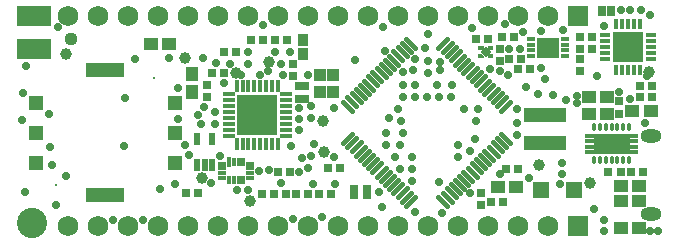
<source format=gbs>
G04 Layer_Color=16711935*
%FSLAX25Y25*%
%MOIN*%
G70*
G01*
G75*
%ADD59C,0.02800*%
%ADD60C,0.04400*%
%ADD79R,0.13386X0.13386*%
%ADD147R,0.03359X0.04147*%
%ADD148R,0.02828X0.03162*%
%ADD149R,0.03162X0.02828*%
%ADD150R,0.04400X0.04500*%
%ADD151R,0.04500X0.04400*%
%ADD153O,0.07099X0.04343*%
%ADD154C,0.00800*%
%ADD155C,0.06800*%
%ADD156R,0.06800X0.06800*%
%ADD157C,0.02768*%
G04:AMPARAMS|DCode=159|XSize=14.11mil|YSize=10.58mil|CornerRadius=0mil|HoleSize=0mil|Usage=FLASHONLY|Rotation=315.000|XOffset=0mil|YOffset=0mil|HoleType=Round|Shape=Rectangle|*
%AMROTATEDRECTD159*
4,1,4,-0.00873,0.00125,-0.00125,0.00873,0.00873,-0.00125,0.00125,-0.00873,-0.00873,0.00125,0.0*
%
%ADD159ROTATEDRECTD159*%

G04:AMPARAMS|DCode=160|XSize=14.11mil|YSize=10.58mil|CornerRadius=0mil|HoleSize=0mil|Usage=FLASHONLY|Rotation=45.000|XOffset=0mil|YOffset=0mil|HoleType=Round|Shape=Rectangle|*
%AMROTATEDRECTD160*
4,1,4,-0.00125,-0.00873,-0.00873,-0.00125,0.00125,0.00873,0.00873,0.00125,-0.00125,-0.00873,0.0*
%
%ADD160ROTATEDRECTD160*%

%ADD161P,0.03461X4X270.0*%
%ADD162R,0.02959X0.01187*%
%ADD163R,0.01187X0.02959*%
%ADD164R,0.01187X0.03353*%
G04:AMPARAMS|DCode=165|XSize=39.5mil|YSize=39.5mil|CornerRadius=19.75mil|HoleSize=0mil|Usage=FLASHONLY|Rotation=90.000|XOffset=0mil|YOffset=0mil|HoleType=Round|Shape=RoundedRectangle|*
%AMROUNDEDRECTD165*
21,1,0.03950,0.00000,0,0,90.0*
21,1,0.00000,0.03950,0,0,90.0*
1,1,0.03950,0.00000,0.00000*
1,1,0.03950,0.00000,0.00000*
1,1,0.03950,0.00000,0.00000*
1,1,0.03950,0.00000,0.00000*
%
%ADD165ROUNDEDRECTD165*%
%ADD166R,0.07290X0.06817*%
%ADD167R,0.03156X0.01581*%
%ADD168R,0.12611X0.04737*%
%ADD169R,0.05131X0.04737*%
%ADD170R,0.01968X0.03937*%
%ADD171R,0.03950X0.01784*%
%ADD172R,0.01784X0.03950*%
%ADD173R,0.03274X0.01581*%
%ADD174R,0.01581X0.03274*%
%ADD175R,0.10243X0.10243*%
%ADD176R,0.03556X0.01194*%
G04:AMPARAMS|DCode=177|XSize=13.51mil|YSize=27.68mil|CornerRadius=6.76mil|HoleSize=0mil|Usage=FLASHONLY|Rotation=180.000|XOffset=0mil|YOffset=0mil|HoleType=Round|Shape=RoundedRectangle|*
%AMROUNDEDRECTD177*
21,1,0.01351,0.01417,0,0,180.0*
21,1,0.00000,0.02768,0,0,180.0*
1,1,0.01351,0.00000,0.00709*
1,1,0.01351,0.00000,0.00709*
1,1,0.01351,0.00000,-0.00709*
1,1,0.01351,0.00000,-0.00709*
%
%ADD177ROUNDEDRECTD177*%
%ADD178R,0.12020X0.07021*%
G04:AMPARAMS|DCode=179|XSize=16.54mil|YSize=60.63mil|CornerRadius=0mil|HoleSize=0mil|Usage=FLASHONLY|Rotation=135.000|XOffset=0mil|YOffset=0mil|HoleType=Round|Shape=Round|*
%AMOVALD179*
21,1,0.04409,0.01654,0.00000,0.00000,225.0*
1,1,0.01654,0.01559,0.01559*
1,1,0.01654,-0.01559,-0.01559*
%
%ADD179OVALD179*%

G04:AMPARAMS|DCode=180|XSize=16.54mil|YSize=60.63mil|CornerRadius=0mil|HoleSize=0mil|Usage=FLASHONLY|Rotation=45.000|XOffset=0mil|YOffset=0mil|HoleType=Round|Shape=Round|*
%AMOVALD180*
21,1,0.04409,0.01654,0.00000,0.00000,135.0*
1,1,0.01654,0.01559,-0.01559*
1,1,0.01654,-0.01559,0.01559*
%
%ADD180OVALD180*%

G04:AMPARAMS|DCode=181|XSize=16.54mil|YSize=60.63mil|CornerRadius=8.27mil|HoleSize=0mil|Usage=FLASHONLY|Rotation=135.000|XOffset=0mil|YOffset=0mil|HoleType=Round|Shape=RoundedRectangle|*
%AMROUNDEDRECTD181*
21,1,0.01654,0.04409,0,0,135.0*
21,1,0.00000,0.06063,0,0,135.0*
1,1,0.01654,0.01559,0.01559*
1,1,0.01654,0.01559,0.01559*
1,1,0.01654,-0.01559,-0.01559*
1,1,0.01654,-0.01559,-0.01559*
%
%ADD181ROUNDEDRECTD181*%
%ADD182R,0.02768X0.03556*%
%ADD183R,0.03950X0.04343*%
%ADD184R,0.04737X0.02768*%
%ADD185R,0.14186X0.04658*%
%ADD186R,0.11800X0.07100*%
%ADD187R,0.05524X0.05524*%
%ADD188R,0.02768X0.04737*%
%ADD189C,0.10100*%
G36*
X159505Y62409D02*
X159543Y62397D01*
X159578Y62379D01*
X159608Y62354D01*
X159633Y62323D01*
X159652Y62289D01*
X159663Y62251D01*
X159667Y62212D01*
Y61188D01*
X159663Y61149D01*
X159652Y61111D01*
X159633Y61076D01*
X159608Y61046D01*
X159578Y61021D01*
X159543Y61002D01*
X159505Y60991D01*
X159466Y60987D01*
X157931D01*
X157891Y60991D01*
X157854Y61002D01*
X157819Y61021D01*
X157789Y61046D01*
X157764Y61076D01*
X157745Y61111D01*
X157734Y61149D01*
X157730Y61188D01*
Y61621D01*
X157734Y61660D01*
X157745Y61698D01*
X157764Y61733D01*
X157789Y61763D01*
X157789Y61763D01*
X158379Y62354D01*
X158410Y62379D01*
X158444Y62397D01*
X158482Y62409D01*
X158521Y62413D01*
X159466D01*
X159505Y62409D01*
D02*
G37*
G36*
X155726D02*
X155763Y62397D01*
X155798Y62379D01*
X155829Y62354D01*
X156419Y61763D01*
X156419Y61763D01*
X156444Y61733D01*
X156463Y61698D01*
X156474Y61660D01*
X156478Y61621D01*
Y61188D01*
X156474Y61149D01*
X156463Y61111D01*
X156444Y61076D01*
X156419Y61046D01*
X156389Y61021D01*
X156354Y61002D01*
X156316Y60991D01*
X156277Y60987D01*
X154742D01*
X154702Y60991D01*
X154665Y61002D01*
X154630Y61021D01*
X154600Y61046D01*
X154575Y61076D01*
X154556Y61111D01*
X154545Y61149D01*
X154541Y61188D01*
Y62212D01*
X154545Y62251D01*
X154556Y62289D01*
X154575Y62323D01*
X154600Y62354D01*
X154630Y62379D01*
X154665Y62397D01*
X154702Y62409D01*
X154742Y62413D01*
X155687D01*
X155726Y62409D01*
D02*
G37*
G36*
X159505Y64968D02*
X159543Y64956D01*
X159578Y64938D01*
X159608Y64913D01*
X159633Y64882D01*
X159652Y64848D01*
X159663Y64810D01*
X159667Y64771D01*
Y63747D01*
X159663Y63708D01*
X159652Y63670D01*
X159633Y63636D01*
X159608Y63605D01*
X159578Y63580D01*
X159543Y63562D01*
X159505Y63550D01*
X159466Y63546D01*
X158521D01*
X158482Y63550D01*
X158444Y63562D01*
X158410Y63580D01*
X158379Y63605D01*
X157789Y64196D01*
X157789Y64196D01*
X157764Y64226D01*
X157745Y64261D01*
X157734Y64299D01*
X157730Y64338D01*
Y64771D01*
X157734Y64810D01*
X157745Y64848D01*
X157764Y64882D01*
X157789Y64913D01*
X157819Y64938D01*
X157854Y64956D01*
X157891Y64968D01*
X157931Y64972D01*
X159466D01*
X159505Y64968D01*
D02*
G37*
G36*
X156316D02*
X156354Y64956D01*
X156389Y64938D01*
X156419Y64913D01*
X156444Y64882D01*
X156463Y64848D01*
X156474Y64810D01*
X156478Y64771D01*
Y64338D01*
X156474Y64299D01*
X156463Y64261D01*
X156444Y64226D01*
X156419Y64196D01*
X156419Y64196D01*
X155829Y63605D01*
X155798Y63580D01*
X155763Y63562D01*
X155726Y63550D01*
X155687Y63546D01*
X154742D01*
X154702Y63550D01*
X154665Y63562D01*
X154630Y63580D01*
X154600Y63605D01*
X154575Y63636D01*
X154556Y63670D01*
X154545Y63708D01*
X154541Y63747D01*
Y64771D01*
X154545Y64810D01*
X154556Y64848D01*
X154575Y64882D01*
X154600Y64913D01*
X154630Y64938D01*
X154665Y64956D01*
X154702Y64968D01*
X154742Y64972D01*
X156277D01*
X156316Y64968D01*
D02*
G37*
D59*
X202298Y66834D02*
D03*
X206629D02*
D03*
Y63000D02*
D03*
X202298D02*
D03*
X75700Y55500D02*
D03*
X81984Y55300D02*
D03*
X133500Y60700D02*
D03*
X133000Y57000D02*
D03*
X196600Y71600D02*
D03*
X95800Y27700D02*
D03*
X98000Y24500D02*
D03*
X95000Y23000D02*
D03*
X92300Y31700D02*
D03*
X98900Y28400D02*
D03*
X74100Y16900D02*
D03*
X68700Y28400D02*
D03*
X62900Y61000D02*
D03*
X201500Y49800D02*
D03*
X200000Y33500D02*
D03*
X196063D02*
D03*
X198031D02*
D03*
X196063Y30500D02*
D03*
X198031D02*
D03*
X2500Y40500D02*
D03*
X54600Y40800D02*
D03*
X54400Y51000D02*
D03*
X62500Y21100D02*
D03*
X14500Y71500D02*
D03*
X51500Y61000D02*
D03*
X102500Y8000D02*
D03*
X93000Y7500D02*
D03*
X193100Y10800D02*
D03*
X196500Y3500D02*
D03*
X141500Y48000D02*
D03*
X141000Y52000D02*
D03*
X162000Y56800D02*
D03*
X164500Y55200D02*
D03*
X67016Y42984D02*
D03*
Y39047D02*
D03*
X99900Y32300D02*
D03*
X95000Y37000D02*
D03*
X184000Y47000D02*
D03*
X99000Y45000D02*
D03*
Y41000D02*
D03*
X138000Y60000D02*
D03*
X142000Y57000D02*
D03*
X129000Y40000D02*
D03*
X128000Y44000D02*
D03*
X125000Y41000D02*
D03*
X129500Y48000D02*
D03*
X133500D02*
D03*
X129500Y52000D02*
D03*
X124000Y36000D02*
D03*
X141900Y59800D02*
D03*
X137500Y48000D02*
D03*
X146000Y52000D02*
D03*
X127000Y28000D02*
D03*
X129500Y36000D02*
D03*
X128500Y32000D02*
D03*
X132500Y28000D02*
D03*
Y24000D02*
D03*
Y20000D02*
D03*
X128500Y24000D02*
D03*
X103000Y40000D02*
D03*
X133500Y52000D02*
D03*
X33000Y7000D02*
D03*
X78000Y59000D02*
D03*
Y63000D02*
D03*
X58100Y28800D02*
D03*
X129500Y56500D02*
D03*
X175700Y69900D02*
D03*
X202200Y76900D02*
D03*
X11800Y31200D02*
D03*
X92000Y63000D02*
D03*
X95000Y44300D02*
D03*
X176000Y64000D02*
D03*
X168700Y64100D02*
D03*
X70000Y52600D02*
D03*
X87000Y63000D02*
D03*
X83000Y72000D02*
D03*
X123500Y63200D02*
D03*
X67100Y59300D02*
D03*
X194200Y55100D02*
D03*
X179500Y48600D02*
D03*
X169500Y69800D02*
D03*
X210300Y39500D02*
D03*
X205100Y47300D02*
D03*
X211800Y75500D02*
D03*
X210800Y55100D02*
D03*
X154000Y40000D02*
D03*
X154500Y44000D02*
D03*
X148000Y32000D02*
D03*
X158660Y57500D02*
D03*
X106900Y19100D02*
D03*
X14000Y12000D02*
D03*
X3400Y16500D02*
D03*
X17100Y21700D02*
D03*
X12700Y25500D02*
D03*
X11400Y42200D02*
D03*
X3000Y49500D02*
D03*
X4000Y58500D02*
D03*
X133600Y9700D02*
D03*
X187500Y46000D02*
D03*
Y48500D02*
D03*
X200000Y30500D02*
D03*
X201969D02*
D03*
Y33500D02*
D03*
X183000Y70500D02*
D03*
X171500Y21000D02*
D03*
X175500Y57700D02*
D03*
X163500Y72500D02*
D03*
X148000Y28000D02*
D03*
X152000Y30000D02*
D03*
X141500Y19800D02*
D03*
X152000Y15870D02*
D03*
X106500Y28000D02*
D03*
Y44500D02*
D03*
X174500Y49000D02*
D03*
X165000Y64000D02*
D03*
X170700Y51400D02*
D03*
X150000Y44000D02*
D03*
X123000Y71500D02*
D03*
X145500Y48000D02*
D03*
X152500Y71000D02*
D03*
X153500Y34000D02*
D03*
X167500Y39500D02*
D03*
X122500Y11500D02*
D03*
X99500Y19100D02*
D03*
X88800Y19300D02*
D03*
X167500Y44000D02*
D03*
X161800Y22300D02*
D03*
X113500Y60500D02*
D03*
X124000Y32000D02*
D03*
X177000Y54100D02*
D03*
X78000Y17000D02*
D03*
X65400Y19200D02*
D03*
X53500Y19000D02*
D03*
X48400Y17200D02*
D03*
X56900Y32100D02*
D03*
X72000Y59000D02*
D03*
X89000D02*
D03*
X40300Y60700D02*
D03*
X182500Y22500D02*
D03*
X182000Y19000D02*
D03*
X142400Y9500D02*
D03*
X167700Y35400D02*
D03*
X43000Y7000D02*
D03*
X205200Y76900D02*
D03*
X208900D02*
D03*
X89700Y55200D02*
D03*
X98000Y55335D02*
D03*
X36600Y31700D02*
D03*
X36800Y47800D02*
D03*
X121600Y16400D02*
D03*
X138000Y56000D02*
D03*
X62200Y39000D02*
D03*
X182600Y26000D02*
D03*
X196400Y7000D02*
D03*
X214500Y3500D02*
D03*
X212000D02*
D03*
X137000Y64400D02*
D03*
X95000Y40800D02*
D03*
X138000Y69000D02*
D03*
X63300Y44700D02*
D03*
X61200Y42000D02*
D03*
X84700Y56600D02*
D03*
X85000Y23600D02*
D03*
X81700Y23300D02*
D03*
D60*
X18900Y67362D02*
D03*
D79*
X81000Y42000D02*
D03*
D147*
X96300Y62238D02*
D03*
Y66962D02*
D03*
D148*
X82482Y15700D02*
D03*
X86518D02*
D03*
X70018Y56000D02*
D03*
X65982D02*
D03*
X158018Y67500D02*
D03*
X153982D02*
D03*
X202081Y22863D02*
D03*
X198045D02*
D03*
X205545D02*
D03*
X209581D02*
D03*
X74018Y63000D02*
D03*
X69982D02*
D03*
X78982Y67000D02*
D03*
X83018D02*
D03*
X108518Y24500D02*
D03*
X104482D02*
D03*
X167789Y24000D02*
D03*
X163754D02*
D03*
X158982Y13000D02*
D03*
X163018D02*
D03*
X61218Y16000D02*
D03*
X57182D02*
D03*
X87982Y23000D02*
D03*
X92018D02*
D03*
X167982Y57300D02*
D03*
X172018D02*
D03*
X101482Y15700D02*
D03*
X105518D02*
D03*
X86982Y67000D02*
D03*
X91018D02*
D03*
X208482Y48100D02*
D03*
X212518D02*
D03*
X208482Y51600D02*
D03*
X212518D02*
D03*
X98018Y15700D02*
D03*
X93982D02*
D03*
X166518Y68000D02*
D03*
X162482D02*
D03*
X169018Y60800D02*
D03*
X164982D02*
D03*
X86482Y15700D02*
D03*
X90518D02*
D03*
D149*
X201700Y42482D02*
D03*
Y46518D02*
D03*
X161800Y64018D02*
D03*
Y59982D02*
D03*
X93000Y59018D02*
D03*
Y54982D02*
D03*
X64300Y47982D02*
D03*
Y52018D02*
D03*
X188500Y63982D02*
D03*
Y68018D02*
D03*
X155500Y16018D02*
D03*
Y11982D02*
D03*
X188500Y60618D02*
D03*
Y56582D02*
D03*
X192600Y64065D02*
D03*
Y68100D02*
D03*
D150*
X59200Y55650D02*
D03*
Y49550D02*
D03*
D151*
X51650Y65700D02*
D03*
X45550D02*
D03*
X208150Y13400D02*
D03*
X202050D02*
D03*
X212050Y43500D02*
D03*
X205950D02*
D03*
X167150Y17900D02*
D03*
X161050D02*
D03*
X191450Y48000D02*
D03*
X197550D02*
D03*
X191450Y42500D02*
D03*
X197550D02*
D03*
X208150Y4500D02*
D03*
X202050D02*
D03*
X208150Y18400D02*
D03*
X202050D02*
D03*
D153*
X212300Y9008D02*
D03*
Y34992D02*
D03*
D154*
X46677Y54233D02*
D03*
X14000Y18800D02*
D03*
D155*
X18000Y5000D02*
D03*
X28000D02*
D03*
X38000D02*
D03*
X48000D02*
D03*
X58000D02*
D03*
X68000D02*
D03*
X78000D02*
D03*
X88000D02*
D03*
X98000D02*
D03*
X108000D02*
D03*
X118000D02*
D03*
X128000D02*
D03*
X178000D02*
D03*
X168000D02*
D03*
X158000D02*
D03*
X148000D02*
D03*
X138000D02*
D03*
X18000Y75000D02*
D03*
X28000D02*
D03*
X38000D02*
D03*
X48000D02*
D03*
X58000D02*
D03*
X68000D02*
D03*
X78000D02*
D03*
X88000D02*
D03*
X98000D02*
D03*
X108000D02*
D03*
X118000D02*
D03*
X128000D02*
D03*
X178000D02*
D03*
X168000D02*
D03*
X158000D02*
D03*
X148000D02*
D03*
X138000D02*
D03*
D156*
X188000Y5000D02*
D03*
Y75000D02*
D03*
D157*
X76669Y37669D02*
D03*
X81000D02*
D03*
X85331D02*
D03*
X76669Y42000D02*
D03*
X81000D02*
D03*
X85331D02*
D03*
X76669Y46331D02*
D03*
X81000D02*
D03*
X85331D02*
D03*
D159*
X157635Y62514D02*
D03*
X156573Y63445D02*
D03*
D160*
X157635Y63445D02*
D03*
X156573Y62514D02*
D03*
D161*
X157104Y62980D02*
D03*
D162*
X69374Y25762D02*
D03*
Y24187D02*
D03*
Y22613D02*
D03*
Y21038D02*
D03*
X78626D02*
D03*
Y22613D02*
D03*
Y24187D02*
D03*
Y25762D02*
D03*
D163*
X73213Y20349D02*
D03*
X71638D02*
D03*
X74787D02*
D03*
X76362D02*
D03*
Y26451D02*
D03*
X74787D02*
D03*
X73213D02*
D03*
D164*
X71638Y26254D02*
D03*
D165*
X103000Y40000D02*
D03*
X192000Y19500D02*
D03*
X175000Y25500D02*
D03*
X211400Y56200D02*
D03*
X73800Y55900D02*
D03*
X62500Y21100D02*
D03*
X85000Y59700D02*
D03*
X56800Y60900D02*
D03*
X17200Y62200D02*
D03*
X78600Y13300D02*
D03*
X103115Y29601D02*
D03*
D166*
X178000Y64500D02*
D03*
D167*
X172291Y67453D02*
D03*
Y65484D02*
D03*
Y63516D02*
D03*
Y61547D02*
D03*
X183709D02*
D03*
Y63516D02*
D03*
Y65484D02*
D03*
Y67453D02*
D03*
D168*
X30339Y56989D02*
D03*
Y15257D02*
D03*
D169*
X53567Y46123D02*
D03*
Y36123D02*
D03*
Y26123D02*
D03*
X7110Y46123D02*
D03*
Y36123D02*
D03*
Y26123D02*
D03*
D170*
X65959Y25469D02*
D03*
X63400D02*
D03*
X60841D02*
D03*
Y34131D02*
D03*
X65959D02*
D03*
D171*
X71453Y35110D02*
D03*
Y37079D02*
D03*
Y39047D02*
D03*
Y41016D02*
D03*
Y42984D02*
D03*
Y44953D02*
D03*
Y46921D02*
D03*
Y48890D02*
D03*
X90547D02*
D03*
Y46921D02*
D03*
Y44953D02*
D03*
Y42984D02*
D03*
Y41016D02*
D03*
Y39047D02*
D03*
Y37079D02*
D03*
Y35110D02*
D03*
D172*
X74110Y51547D02*
D03*
X76079D02*
D03*
X78047D02*
D03*
X80016D02*
D03*
X81984D02*
D03*
X83953D02*
D03*
X85921D02*
D03*
X87890D02*
D03*
Y32453D02*
D03*
X85921D02*
D03*
X83953D02*
D03*
X81984D02*
D03*
X80016D02*
D03*
X78047D02*
D03*
X76079D02*
D03*
X74110D02*
D03*
D173*
X196728Y60732D02*
D03*
Y62700D02*
D03*
Y64669D02*
D03*
Y66637D02*
D03*
Y68606D02*
D03*
X212200D02*
D03*
Y66637D02*
D03*
Y64669D02*
D03*
Y62700D02*
D03*
Y60732D02*
D03*
D174*
X200527Y72405D02*
D03*
X202495D02*
D03*
X204464D02*
D03*
X206432D02*
D03*
X208401D02*
D03*
Y56932D02*
D03*
X206432D02*
D03*
X204464D02*
D03*
X202495D02*
D03*
X200527D02*
D03*
D175*
X204464Y64669D02*
D03*
D176*
X206150Y31457D02*
D03*
X191976D02*
D03*
Y33268D02*
D03*
X206150D02*
D03*
X191976Y35080D02*
D03*
X206150D02*
D03*
X191976Y29647D02*
D03*
X206150D02*
D03*
D177*
X204969Y26851D02*
D03*
X203000D02*
D03*
X201032D02*
D03*
X199063D02*
D03*
X197094D02*
D03*
X195126D02*
D03*
X193157D02*
D03*
Y37875D02*
D03*
X195126D02*
D03*
X197094D02*
D03*
X199063D02*
D03*
X201032D02*
D03*
X203000D02*
D03*
X204969D02*
D03*
D178*
X199063Y32363D02*
D03*
D179*
X163908Y44829D02*
D03*
X162516Y46220D02*
D03*
X161124Y47613D02*
D03*
X159732Y49004D02*
D03*
X158340Y50396D02*
D03*
X156948Y51788D02*
D03*
X155556Y53180D02*
D03*
X154164Y54572D02*
D03*
X152772Y55964D02*
D03*
X151380Y57356D02*
D03*
X149988Y58748D02*
D03*
X148596Y60140D02*
D03*
X147204Y61532D02*
D03*
X145812Y62924D02*
D03*
X144421Y64316D02*
D03*
X143029Y65708D02*
D03*
X111292Y33971D02*
D03*
X112684Y32579D02*
D03*
X114076Y31187D02*
D03*
X115468Y29796D02*
D03*
X116860Y28404D02*
D03*
X118252Y27012D02*
D03*
X119644Y25620D02*
D03*
X121036Y24228D02*
D03*
X122428Y22836D02*
D03*
X123820Y21444D02*
D03*
X125212Y20052D02*
D03*
X126604Y18660D02*
D03*
X127996Y17268D02*
D03*
X129387Y15876D02*
D03*
X132171Y13092D02*
D03*
D180*
Y65708D02*
D03*
X130780Y64316D02*
D03*
X129387Y62924D02*
D03*
X127996Y61532D02*
D03*
X126604Y60140D02*
D03*
X125212Y58748D02*
D03*
X123820Y57356D02*
D03*
X122428Y55964D02*
D03*
X121036Y54572D02*
D03*
X119644Y53180D02*
D03*
X118252Y51788D02*
D03*
X116860Y50396D02*
D03*
X115468Y49004D02*
D03*
X114076Y47613D02*
D03*
X112684Y46220D02*
D03*
X111292Y44829D02*
D03*
X143029Y13092D02*
D03*
X144421Y14484D02*
D03*
X145812Y15876D02*
D03*
X147204Y17268D02*
D03*
X148596Y18660D02*
D03*
X149988Y20052D02*
D03*
X151380Y21444D02*
D03*
X152772Y22836D02*
D03*
X154164Y24228D02*
D03*
X155556Y25620D02*
D03*
X156948Y27012D02*
D03*
X158340Y28404D02*
D03*
X159732Y29796D02*
D03*
X161124Y31187D02*
D03*
X162516Y32579D02*
D03*
X163908Y33971D02*
D03*
D181*
X130780Y14484D02*
D03*
D182*
X195824Y76800D02*
D03*
X198776D02*
D03*
D183*
X101835Y49665D02*
D03*
X106165D02*
D03*
X101835Y55335D02*
D03*
X106165D02*
D03*
D184*
X96000Y47335D02*
D03*
Y51665D02*
D03*
D185*
X177000Y42165D02*
D03*
Y32835D02*
D03*
D186*
X6500Y63900D02*
D03*
Y74900D02*
D03*
D187*
X175551Y17039D02*
D03*
X186512Y17000D02*
D03*
D188*
X117465Y16400D02*
D03*
X113135D02*
D03*
D189*
X6000Y6000D02*
D03*
M02*

</source>
